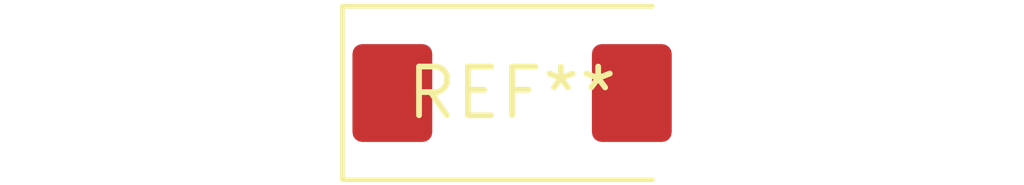
<source format=kicad_pcb>
(kicad_pcb (version 20240108) (generator pcbnew)
  (layers (0 "F.Cu" signal) (31 "B.Cu" signal) (34 "B.Paste" user) (35 "F.Paste" user) (36 "B.SilkS" user "B.Silkscreen") (37 "F.SilkS" user "F.Silkscreen") (38 "B.Mask" user) (39 "F.Mask" user) (44 "Edge.Cuts" user))
  (net 0 "")
  (footprint "CP_EIA-7343-31_Kemet-D" (layer "F.Cu") (at 0 0)
    (property "Reference" "REF**")
    (property "Value" "CP_EIA-7343-31_Kemet-D")
    (fp_line (start -4.41 -2.26) (end -4.41 2.26) (layer "F.SilkS") (stroke (width 0.12)))
    (fp_line (start -4.41 2.26) (end 3.65 2.26) (layer "F.SilkS") (stroke (width 0.12)))
    (fp_line (start 3.65 -2.26) (end -4.41 -2.26) (layer "F.SilkS") (stroke (width 0.12)))
    (pad "1" smd roundrect (at -3.1125 0) (size 2.075 2.55) (layers "F.Cu" "F.Paste" "F.Mask") (roundrect_rratio 0.120482))
    (pad "2" smd roundrect (at 3.1125 0) (size 2.075 2.55) (layers "F.Cu" "F.Paste" "F.Mask") (roundrect_rratio 0.120482))
  )
)
</source>
